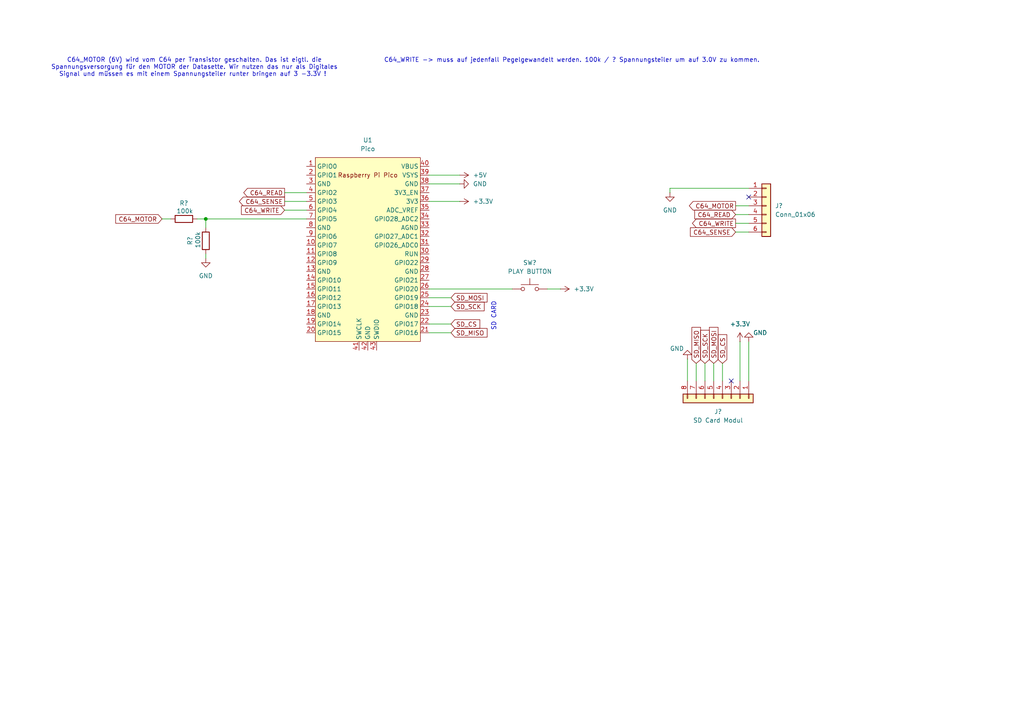
<source format=kicad_sch>
(kicad_sch (version 20231120) (generator "eeschema") (generator_version "8.0")
  (paper "A4")
  (title_block (title "ThePicoRetroTape") (date "2025-01-23") (rev "V1.0") (company "Thorsten Kattanek"))
  (lib_symbols
    (symbol "Connector_Generic:Conn_01x06" (pin_names (offset 1.016) hide)
      (property "Reference" "J" (at 0 7.62 0))
      (property "Value" "Conn_01x06" (at 0 -10.16 0))
      (symbol "Conn_01x06_1_1"
        (rectangle (start -1.27 -7.493) (end 0 -7.747) (stroke (width 0.1524)))
        (rectangle (start -1.27 -4.953) (end 0 -5.207) (stroke (width 0.1524)))
        (rectangle (start -1.27 -2.413) (end 0 -2.667) (stroke (width 0.1524)))
        (rectangle (start -1.27 0.127) (end 0 -0.127) (stroke (width 0.1524)))
        (rectangle (start -1.27 2.667) (end 0 2.413) (stroke (width 0.1524)))
        (rectangle (start -1.27 5.207) (end 0 4.953) (stroke (width 0.1524)))
        (rectangle (start -1.27 6.35) (end 1.27 -8.89) (stroke (width 0.254)) (fill (type background)))
        (pin passive line (at -5.08 5.08 0) (length 3.81) (name "Pin_1") (number "1"))
        (pin passive line (at -5.08 2.54 0) (length 3.81) (name "Pin_2") (number "2"))
        (pin passive line (at -5.08 0 0) (length 3.81) (name "Pin_3") (number "3"))
        (pin passive line (at -5.08 -2.54 0) (length 3.81) (name "Pin_4") (number "4"))
        (pin passive line (at -5.08 -5.08 0) (length 3.81) (name "Pin_5") (number "5"))
        (pin passive line (at -5.08 -7.62 0) (length 3.81) (name "Pin_6") (number "6"))
      )
    )
    (symbol "Connector_Generic:Conn_01x08" (pin_names (offset 1.016) hide)
      (property "Reference" "J" (at 0 10.16 0))
      (property "Value" "Conn_01x08" (at 0 -12.7 0))
      (symbol "Conn_01x08_1_1"
        (rectangle (start -1.27 -10.033) (end 0 -10.287) (stroke (width 0.1524)))
        (rectangle (start -1.27 -7.493) (end 0 -7.747) (stroke (width 0.1524)))
        (rectangle (start -1.27 -4.953) (end 0 -5.207) (stroke (width 0.1524)))
        (rectangle (start -1.27 -2.413) (end 0 -2.667) (stroke (width 0.1524)))
        (rectangle (start -1.27 0.127) (end 0 -0.127) (stroke (width 0.1524)))
        (rectangle (start -1.27 2.667) (end 0 2.413) (stroke (width 0.1524)))
        (rectangle (start -1.27 5.207) (end 0 4.953) (stroke (width 0.1524)))
        (rectangle (start -1.27 7.747) (end 0 7.493) (stroke (width 0.1524)))
        (rectangle (start -1.27 8.89) (end 1.27 -11.43) (stroke (width 0.254)) (fill (type background)))
        (pin passive line (at -5.08 7.62 0) (length 3.81) (name "Pin_1") (number "1"))
        (pin passive line (at -5.08 5.08 0) (length 3.81) (name "Pin_2") (number "2"))
        (pin passive line (at -5.08 2.54 0) (length 3.81) (name "Pin_3") (number "3"))
        (pin passive line (at -5.08 0 0) (length 3.81) (name "Pin_4") (number "4"))
        (pin passive line (at -5.08 -2.54 0) (length 3.81) (name "Pin_5") (number "5"))
        (pin passive line (at -5.08 -5.08 0) (length 3.81) (name "Pin_6") (number "6"))
        (pin passive line (at -5.08 -7.62 0) (length 3.81) (name "Pin_7") (number "7"))
        (pin passive line (at -5.08 -10.16 0) (length 3.81) (name "Pin_8") (number "8"))
      )
    )
    (symbol "Device:R" (pin_numbers hide) (pin_names (offset 0))
      (property "Reference" "R" (at 2.032 0 90))
      (property "Value" "R" (at 0 0 90))
      (symbol "R_0_1"
        (rectangle (start -1.016 -2.54) (end 1.016 2.54) (stroke (width 0.254)))
      )
      (symbol "R_1_1"
        (pin passive line (at 0 3.81 270) (length 1.27) (name "~") (number "1"))
        (pin passive line (at 0 -3.81 90) (length 1.27) (name "~") (number "2"))
      )
    )
    (symbol "MCU_RaspberryPi_and_Boards:Pico"
      (property "Reference" "U" (at -13.97 27.94 0))
      (property "Value" "Pico" (at 0 19.05 0))
      (symbol "Pico_0_0"
        (text "Raspberry Pi Pico" (at 0 21.59 0) (effects (font (size 1.27 1.27))))
      )
      (symbol "Pico_0_1"
        (rectangle (start -15.24 26.67) (end 15.24 -26.67) (fill (type background)))
      )
      (symbol "Pico_1_1"
        (pin bidirectional line (at -17.78 24.13 0) (length 2.54) (name "GPIO0") (number "1"))
        (pin bidirectional line (at -17.78 1.27 0) (length 2.54) (name "GPIO7") (number "10"))
        (pin bidirectional line (at -17.78 -1.27 0) (length 2.54) (name "GPIO8") (number "11"))
        (pin bidirectional line (at -17.78 -3.81 0) (length 2.54) (name "GPIO9") (number "12"))
        (pin power_in line (at -17.78 -6.35 0) (length 2.54) (name "GND") (number "13"))
        (pin bidirectional line (at -17.78 -8.89 0) (length 2.54) (name "GPIO10") (number "14"))
        (pin bidirectional line (at -17.78 -11.43 0) (length 2.54) (name "GPIO11") (number "15"))
        (pin bidirectional line (at -17.78 -13.97 0) (length 2.54) (name "GPIO12") (number "16"))
        (pin bidirectional line (at -17.78 -16.51 0) (length 2.54) (name "GPIO13") (number "17"))
        (pin power_in line (at -17.78 -19.05 0) (length 2.54) (name "GND") (number "18"))
        (pin bidirectional line (at -17.78 -21.59 0) (length 2.54) (name "GPIO14") (number "19"))
        (pin bidirectional line (at -17.78 21.59 0) (length 2.54) (name "GPIO1") (number "2"))
        (pin bidirectional line (at -17.78 -24.13 0) (length 2.54) (name "GPIO15") (number "20"))
        (pin bidirectional line (at 17.78 -24.13 180) (length 2.54) (name "GPIO16") (number "21"))
        (pin bidirectional line (at 17.78 -21.59 180) (length 2.54) (name "GPIO17") (number "22"))
        (pin power_in line (at 17.78 -19.05 180) (length 2.54) (name "GND") (number "23"))
        (pin bidirectional line (at 17.78 -16.51 180) (length 2.54) (name "GPIO18") (number "24"))
        (pin bidirectional line (at 17.78 -13.97 180) (length 2.54) (name "GPIO19") (number "25"))
        (pin bidirectional line (at 17.78 -11.43 180) (length 2.54) (name "GPIO20") (number "26"))
        (pin bidirectional line (at 17.78 -8.89 180) (length 2.54) (name "GPIO21") (number "27"))
        (pin power_in line (at 17.78 -6.35 180) (length 2.54) (name "GND") (number "28"))
        (pin bidirectional line (at 17.78 -3.81 180) (length 2.54) (name "GPIO22") (number "29"))
        (pin power_in line (at -17.78 19.05 0) (length 2.54) (name "GND") (number "3"))
        (pin input line (at 17.78 -1.27 180) (length 2.54) (name "RUN") (number "30"))
        (pin bidirectional line (at 17.78 1.27 180) (length 2.54) (name "GPIO26_ADC0") (number "31"))
        (pin bidirectional line (at 17.78 3.81 180) (length 2.54) (name "GPIO27_ADC1") (number "32"))
        (pin power_in line (at 17.78 6.35 180) (length 2.54) (name "AGND") (number "33"))
        (pin bidirectional line (at 17.78 8.89 180) (length 2.54) (name "GPIO28_ADC2") (number "34"))
        (pin power_in line (at 17.78 11.43 180) (length 2.54) (name "ADC_VREF") (number "35"))
        (pin power_in line (at 17.78 13.97 180) (length 2.54) (name "3V3") (number "36"))
        (pin input line (at 17.78 16.51 180) (length 2.54) (name "3V3_EN") (number "37"))
        (pin bidirectional line (at 17.78 19.05 180) (length 2.54) (name "GND") (number "38"))
        (pin power_in line (at 17.78 21.59 180) (length 2.54) (name "VSYS") (number "39"))
        (pin bidirectional line (at -17.78 16.51 0) (length 2.54) (name "GPIO2") (number "4"))
        (pin power_in line (at 17.78 24.13 180) (length 2.54) (name "VBUS") (number "40"))
        (pin input line (at -2.54 -29.21 90) (length 2.54) (name "SWCLK") (number "41"))
        (pin power_in line (at 0 -29.21 90) (length 2.54) (name "GND") (number "42"))
        (pin bidirectional line (at 2.54 -29.21 90) (length 2.54) (name "SWDIO") (number "43"))
        (pin bidirectional line (at -17.78 13.97 0) (length 2.54) (name "GPIO3") (number "5"))
        (pin bidirectional line (at -17.78 11.43 0) (length 2.54) (name "GPIO4") (number "6"))
        (pin bidirectional line (at -17.78 8.89 0) (length 2.54) (name "GPIO5") (number "7"))
        (pin power_in line (at -17.78 6.35 0) (length 2.54) (name "GND") (number "8"))
        (pin bidirectional line (at -17.78 3.81 0) (length 2.54) (name "GPIO6") (number "9"))
      )
    )
    (symbol "Switch:SW_Push" (pin_numbers hide) (pin_names (offset 1.016) hide)
      (property "Reference" "SW" (at 1.27 2.54 0))
      (property "Value" "SW_Push" (at 0 -1.524 0))
      (symbol "SW_Push_0_1"
        (circle (center -2.032 0) (radius 0.508))
        (polyline (pts (xy 0 1.27) (xy 0 3.048)))
        (polyline (pts (xy 2.54 1.27) (xy -2.54 1.27)))
        (circle (center 2.032 0) (radius 0.508))
        (pin passive line (at -5.08 0 0) (length 2.54) (name "1") (number "1"))
        (pin passive line (at 5.08 0 180) (length 2.54) (name "2") (number "2"))
      )
    )
    (symbol "power:+3.3V" (power) (pin_numbers hide) (pin_names (offset 0) hide)
      (property "Value" "+3.3V" (at 0 3.556 0))
      (symbol "+3.3V_0_1"
        (polyline (pts (xy -0.762 1.27) (xy 0 2.54)))
        (polyline (pts (xy 0 0) (xy 0 2.54)))
        (polyline (pts (xy 0 2.54) (xy 0.762 1.27)))
      )
      (symbol "+3.3V_1_1"
        (pin power_in line (at 0 0 90) (length 0) (name "~") (number "1"))
      )
    )
    (symbol "power:+5V" (power) (pin_numbers hide) (pin_names (offset 0) hide)
      (property "Value" "+5V" (at 0 3.556 0))
      (symbol "+5V_0_1"
        (polyline (pts (xy -0.762 1.27) (xy 0 2.54)))
        (polyline (pts (xy 0 0) (xy 0 2.54)))
        (polyline (pts (xy 0 2.54) (xy 0.762 1.27)))
      )
      (symbol "+5V_1_1"
        (pin power_in line (at 0 0 90) (length 0) (name "~") (number "1"))
      )
    )
    (symbol "power:GND" (power) (pin_numbers hide) (pin_names (offset 0) hide)
      (property "Value" "GND" (at 0 -3.81 0))
      (symbol "GND_0_1"
        (polyline (pts (xy 0 0) (xy 0 -1.27) (xy 1.27 -1.27) (xy 0 -2.54) (xy -1.27 -1.27) (xy 0 -1.27)))
      )
      (symbol "GND_1_1"
        (pin power_in line (at 0 0 270) (length 0) (name "~") (number "1"))
      )
    )
  )
  (junction (at 59.69 63.5))
  (no_connect (at 212.09 110.49))
  (no_connect (at 217.17 57.15))
  (wire (pts (xy 124.46 83.82) (xy 148.59 83.82)))
  (wire (pts (xy 213.36 64.77) (xy 217.17 64.77)))
  (wire (pts (xy 46.99 63.5) (xy 49.53 63.5)))
  (wire (pts (xy 209.55 105.41) (xy 209.55 110.49)))
  (wire (pts (xy 130.81 93.98) (xy 124.46 93.98)))
  (wire (pts (xy 214.63 99.06) (xy 214.63 110.49)))
  (wire (pts (xy 204.47 105.41) (xy 204.47 110.49)))
  (wire (pts (xy 130.81 86.36) (xy 124.46 86.36)))
  (wire (pts (xy 194.31 54.61) (xy 194.31 55.88)))
  (wire (pts (xy 199.39 104.14) (xy 199.39 110.49)))
  (wire (pts (xy 57.15 63.5) (xy 59.69 63.5)))
  (wire (pts (xy 213.36 62.23) (xy 217.17 62.23)))
  (wire (pts (xy 124.46 50.8) (xy 133.35 50.8)))
  (wire (pts (xy 213.36 67.31) (xy 217.17 67.31)))
  (wire (pts (xy 82.55 58.42) (xy 88.9 58.42)))
  (wire (pts (xy 59.69 73.66) (xy 59.69 74.93)))
  (wire (pts (xy 124.46 58.42) (xy 133.35 58.42)))
  (wire (pts (xy 130.81 96.52) (xy 124.46 96.52)))
  (wire (pts (xy 124.46 53.34) (xy 133.35 53.34)))
  (wire (pts (xy 59.69 63.5) (xy 59.69 66.04)))
  (wire (pts (xy 59.69 63.5) (xy 88.9 63.5)))
  (wire (pts (xy 158.75 83.82) (xy 162.56 83.82)))
  (wire (pts (xy 201.93 105.41) (xy 201.93 110.49)))
  (wire (pts (xy 82.55 55.88) (xy 88.9 55.88)))
  (wire (pts (xy 207.01 105.41) (xy 207.01 110.49)))
  (wire (pts (xy 130.81 88.9) (xy 124.46 88.9)))
  (wire (pts (xy 82.55 60.96) (xy 88.9 60.96)))
  (wire (pts (xy 217.17 99.06) (xy 217.17 110.49)))
  (wire (pts (xy 217.17 54.61) (xy 194.31 54.61)))
  (wire (pts (xy 213.36 59.69) (xy 217.17 59.69)))
  (text "SD CARD" (at 143.256 91.694 90) (effects (font (size 1.27 1.27))))
  (text "C64_MOTOR (6V) wird vom C64 per Transistor geschalten. Das ist eigtl. die\nSpannungsversorgung für den MOTOR der Datasette. Wir nutzen das nur als Digitales\nSignal und müssen es mit einem Spannungsteiler runter bringen auf 3 -3.3V ! " (at 56.388 19.558 0) (effects (font (size 1.27 1.27))))
  (text "C64_WRITE -> muss auf jedenfall Pegelgewandelt werden. 100k / ? Spannungsteiler um auf 3.0V zu kommen." (at 165.862 17.526 0) (effects (font (size 1.27 1.27))))
  (global_label "C64_MOTOR" (shape output) (at 213.36 59.69 180) (property "Intersheetrefs" "${INTERSHEET_REFS}" (effects (hide yes))))
  (global_label "C64_WRITE" (shape output) (at 213.36 64.77 180) (property "Intersheetrefs" "${INTERSHEET_REFS}" (effects (hide yes))))
  (global_label "SD_MOSI" (shape input) (at 130.81 86.36 0) (property "Intersheetrefs" "${INTERSHEET_REFS}" (effects (hide yes))))
  (global_label "SD_SCK" (shape input) (at 204.47 105.41 90) (property "Intersheetrefs" "${INTERSHEET_REFS}" (effects (hide yes))))
  (global_label "C64_MOTOR" (shape input) (at 46.99 63.5 180) (property "Intersheetrefs" "${INTERSHEET_REFS}" (effects (hide yes))))
  (global_label "SD_MOSI" (shape input) (at 207.01 105.41 90) (property "Intersheetrefs" "${INTERSHEET_REFS}" (effects (hide yes))))
  (global_label "C64_SENSE" (shape input) (at 213.36 67.31 180) (property "Intersheetrefs" "${INTERSHEET_REFS}" (effects (hide yes))))
  (global_label "SD_MISO" (shape input) (at 130.81 96.52 0) (property "Intersheetrefs" "${INTERSHEET_REFS}" (effects (hide yes))))
  (global_label "SD_MISO" (shape input) (at 201.93 105.41 90) (property "Intersheetrefs" "${INTERSHEET_REFS}" (effects (hide yes))))
  (global_label "C64_WRITE" (shape input) (at 82.55 60.96 180) (property "Intersheetrefs" "${INTERSHEET_REFS}" (effects (hide yes))))
  (global_label "SD_SCK" (shape input) (at 130.81 88.9 0) (property "Intersheetrefs" "${INTERSHEET_REFS}" (effects (hide yes))))
  (global_label "SD_CS" (shape input) (at 130.81 93.98 0) (property "Intersheetrefs" "${INTERSHEET_REFS}" (effects (hide yes))))
  (global_label "C64_READ" (shape input) (at 213.36 62.23 180) (property "Intersheetrefs" "${INTERSHEET_REFS}" (effects (hide yes))))
  (global_label "C64_SENSE" (shape output) (at 82.55 58.42 180) (property "Intersheetrefs" "${INTERSHEET_REFS}" (effects (hide yes))))
  (global_label "C64_READ" (shape output) (at 82.55 55.88 180) (property "Intersheetrefs" "${INTERSHEET_REFS}" (effects (hide yes))))
  (global_label "SD_CS" (shape input) (at 209.55 105.41 90) (property "Intersheetrefs" "${INTERSHEET_REFS}" (effects (hide yes))))
  (symbol (lib_id "power:GND") (at 133.35 53.34 90) (unit 1)
    (property "Reference" "#PWR06" (effects (hide yes)))
    (property "Value" "GND" (at 137.16 53.3399 90) (effects (justify right)))
    (property "Description" "Power symbol creates a global label with name \"GND\" , ground" (effects (hide yes)))
  )
  (symbol (lib_id "MCU_RaspberryPi_and_Boards:Pico") (at 106.68 72.39 0) (unit 1)
    (property "Reference" "U1" (at 106.68 40.64 0))
    (property "Value" "Pico" (at 106.68 43.18 0))
    (property "Footprint" "RPi_Pico:RPi_Pico_SMD_TH" (effects (hide yes)))
  )
  (symbol (lib_id "Device:R") (at 53.34 63.5 90) (unit 1)
    (property "Reference" "R?" (at 53.34 58.928 90))
    (property "Value" "100k" (at 53.594 61.214 90))
    (property "Description" "Resistor" (effects (hide yes)))
  )
  (symbol (lib_id "power:+3.3V") (at 214.63 99.06 0) (unit 1)
    (property "Reference" "#PWR09" (effects (hide yes)))
    (property "Value" "+3.3V" (at 214.63 93.98 0))
    (property "Description" "Power symbol creates a global label with name \"+3.3V\"" (effects (hide yes)))
  )
  (symbol (lib_id "power:+3.3V") (at 133.35 58.42 270) (unit 1)
    (property "Reference" "#PWR03" (effects (hide yes)))
    (property "Value" "+3.3V" (at 137.16 58.4199 90) (effects (justify left)))
    (property "Description" "Power symbol creates a global label with name \"+3.3V\"" (effects (hide yes)))
  )
  (symbol (lib_id "power:GND") (at 59.69 74.93 0) (unit 1)
    (property "Reference" "#PWR02" (effects (hide yes)))
    (property "Value" "GND" (at 59.69 80.01 0))
    (property "Description" "Power symbol creates a global label with name \"GND\" , ground" (effects (hide yes)))
  )
  (symbol (lib_id "power:+5V") (at 133.35 50.8 270) (unit 1)
    (property "Reference" "#PWR05" (effects (hide yes)))
    (property "Value" "+5V" (at 137.16 50.7999 90) (effects (justify left)))
    (property "Description" "Power symbol creates a global label with name \"+5V\"" (effects (hide yes)))
  )
  (symbol (lib_id "Switch:SW_Push") (at 153.67 83.82 0) (unit 1)
    (property "Reference" "SW?" (at 153.67 76.2 0))
    (property "Value" "PLAY BUTTON" (at 153.67 78.74 0))
    (property "Description" "Push button switch, generic, two pins" (effects (hide yes)))
  )
  (symbol (lib_id "power:+3.3V") (at 162.56 83.82 270) (unit 1)
    (property "Reference" "#PWR04" (effects (hide yes)))
    (property "Value" "+3.3V" (at 166.37 83.8199 90) (effects (justify left)))
    (property "Description" "Power symbol creates a global label with name \"+3.3V\"" (effects (hide yes)))
  )
  (symbol (lib_id "Connector_Generic:Conn_01x06") (at 222.25 59.69 0) (unit 1)
    (property "Reference" "J?" (at 224.79 59.6899 0) (effects (justify left)))
    (property "Value" "Conn_01x06" (at 224.79 62.2299 0) (effects (justify left)))
    (property "Description" "Generic connector, single row, 01x06, script generated (kicad-library-utils/schlib/autogen/connector/)" (effects (hide yes)))
  )
  (symbol (lib_id "power:GND") (at 194.31 55.88 0) (unit 1)
    (property "Reference" "#PWR01" (effects (hide yes)))
    (property "Value" "GND" (at 194.31 60.96 0))
    (property "Description" "Power symbol creates a global label with name \"GND\" , ground" (effects (hide yes)))
  )
  (symbol (lib_id "Connector_Generic:Conn_01x08") (at 209.55 115.57 270) (unit 1)
    (property "Reference" "J?" (at 208.28 119.38 90))
    (property "Value" "SD Card Modul" (at 208.28 121.92 90))
    (property "Description" "Generic connector, single row, 01x08, script generated (kicad-library-utils/schlib/autogen/connector/)" (effects (hide yes)))
  )
  (symbol (lib_id "power:GND") (at 217.17 99.06 180) (unit 1)
    (property "Reference" "#PWR08" (effects (hide yes)))
    (property "Value" "GND" (at 220.472 96.52 0))
    (property "Description" "Power symbol creates a global label with name \"GND\" , ground" (effects (hide yes)))
  )
  (symbol (lib_id "Device:R") (at 59.69 69.85 180) (unit 1)
    (property "Reference" "R?" (at 55.118 69.85 90))
    (property "Value" "100k" (at 57.404 69.596 90))
    (property "Description" "Resistor" (effects (hide yes)))
  )
  (symbol (lib_id "power:GND") (at 199.39 104.14 180) (unit 1)
    (property "Reference" "#PWR07" (effects (hide yes)))
    (property "Value" "GND" (at 196.342 101.092 0))
    (property "Description" "Power symbol creates a global label with name \"GND\" , ground" (effects (hide yes)))
  )
)
</source>
